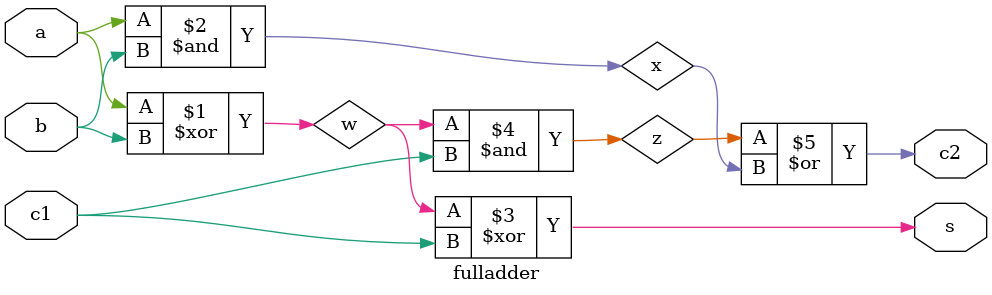
<source format=v>
module fulladder(input a,input b,input c1,output s,output c2);

xor(w,a,b);
and(x,a,b);

xor(s,w,c1);
and(z,w,c1);
or(c2,z,x);
endmodule

</source>
